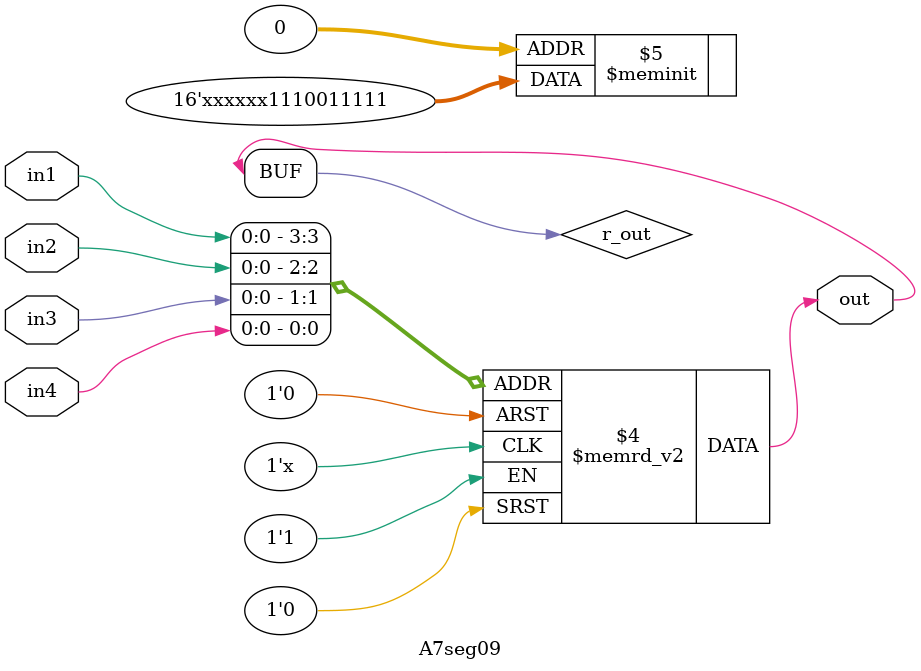
<source format=v>
module A7seg09(output out, input in1, in2, in3, in4);
  reg r_out;
  assign out = r_out;
  always@(in1, in2, in3, in4)
    begin
      case({in1, in2, in3, in4})
        4'b0000: out = 1'b1;
        4'b0001: out = 1'b1;
        4'b0010: out = 1'b1;
        4'b0011: out = 1'b1;
        4'b0100: out = 1'b1;
        4'b0101: out = 1'b0;
        4'b0110: out = 1'b0;
        4'b0111: out = 1'b1;
	4'b1000: out = 1'b1;
        4'b1001: out = 1'b1;
        4'b1010: out = 1'bx;
        4'b1011: out = 1'bx;
        4'b1100: out = 1'bx;
        4'b1101: out = 1'bx;
        4'b1110: out = 1'bx;
        4'b1111: out = 1'bx;
	
        default: out = 1'b0;
      endcase
    end
endmodule

</source>
